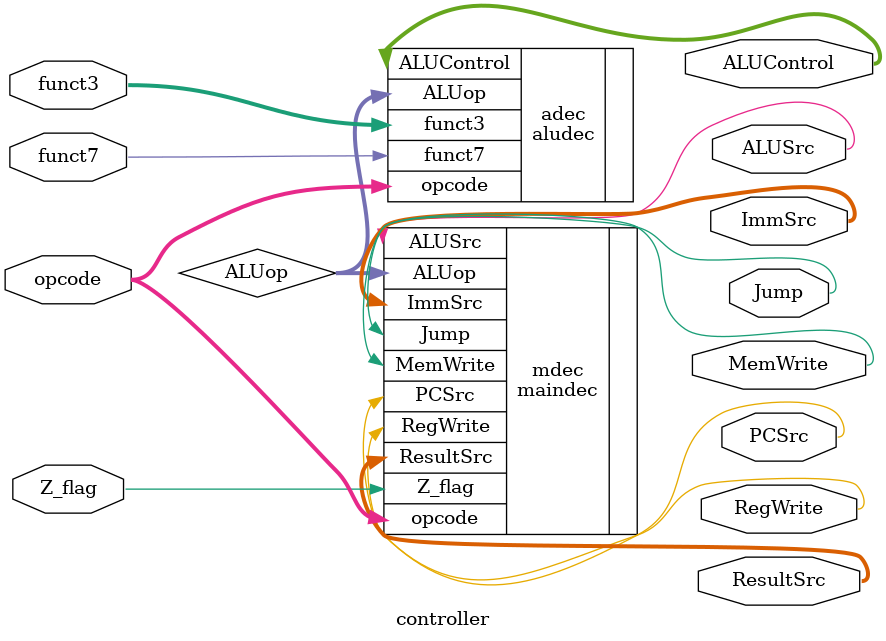
<source format=sv>
module controller(
    Z_flag,
    opcode,
    funct3,
    funct7,
    PCSrc,
    ResultSrc,
    MemWrite,
    ALUSrc,
    ImmSrc,
    RegWrite,
    ALUControl,
    Jump
);
    // input
    input Z_flag;
    input [6:0] opcode;
    input [2:0] funct3;
    input funct7;
    // output
    output PCSrc;
    output MemWrite, ALUSrc, RegWrite, Jump;
    output [1:0] ResultSrc, ImmSrc;
    output [4:0] ALUControl;

    wire [1:0] ALUop;

    maindec mdec(
        .Z_flag(Z_flag),
        .opcode(opcode),
        .PCSrc(PCSrc),
        .ResultSrc(ResultSrc),
        .MemWrite(MemWrite),
        .ALUSrc(ALUSrc),
        .ImmSrc(ImmSrc),
        .RegWrite(RegWrite),
        .Jump(Jump),
        .ALUop(ALUop)
    );
    
    aludec adec(
        .opcode(opcode),
        .funct3(funct3),
        .funct7(funct7),
        .ALUop(ALUop),
        .ALUControl(ALUControl)
    );

endmodule

</source>
